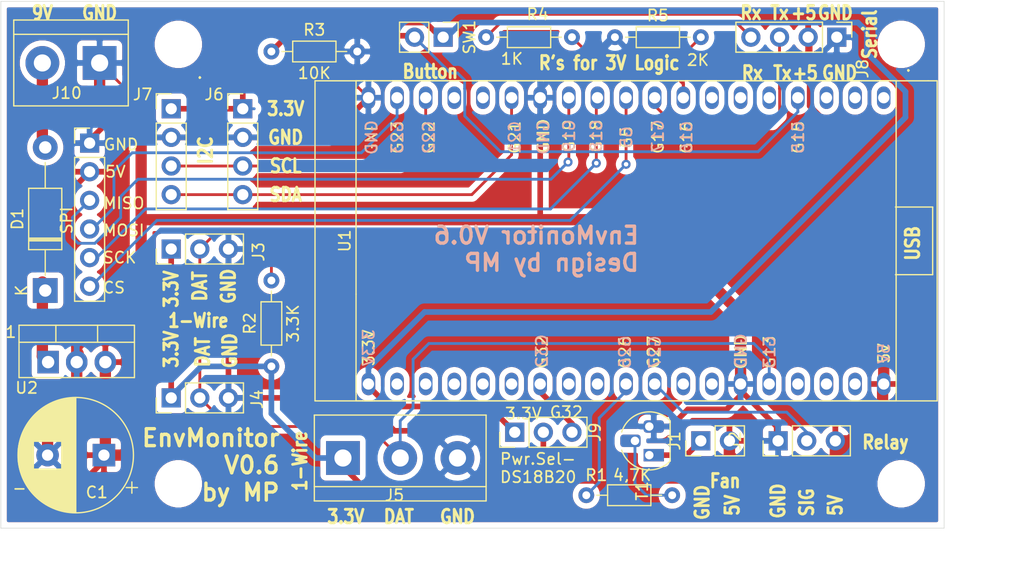
<source format=kicad_pcb>
(kicad_pcb (version 20171130) (host pcbnew "(5.1.9)-1")
  (layers (0 F.Cu mixed) (31 B.Cu mixed) (34 B.Paste user) (35 F.Paste user) (36 B.SilkS user) (37 F.SilkS user) (38 B.Mask user) (39 F.Mask user) (44 Edge.Cuts user))
  (net 0 "")
  (net 1 "Net-(J1-Pad1)")
  (net 2 "Net-(R1-Pad1)")
  (net 3 "Net-(R1-Pad2)")
  (net 4 "Net-(R4-Pad2)")
  (net 5 "Net-(U1-Pad20)")
  (net 6 "Net-(U1-Pad18)")
  (net 7 "Net-(U1-Pad21)")
  (net 8 "Net-(U1-Pad17)")
  (net 9 "Net-(U1-Pad22)")
  (net 10 "Net-(U1-Pad16)")
  (net 11 "Net-(U1-Pad24)")
  (net 12 "Net-(U1-Pad25)")
  (net 13 "Net-(U1-Pad13)")
  (net 14 "Net-(U1-Pad26)")
  (net 15 "Net-(U1-Pad12)")
  (net 16 "Net-(U1-Pad9)")
  (net 17 "Net-(U1-Pad8)")
  (net 18 "Net-(U1-Pad6)")
  (net 19 "Net-(U1-Pad5)")
  (net 20 "Net-(U1-Pad34)")
  (net 21 "Net-(U1-Pad4)")
  (net 22 "Net-(U1-Pad35)")
  (net 23 "Net-(U1-Pad3)")
  (net 24 "Net-(U1-Pad2)")
  (net 25 +5V)
  (net 26 GND)
  (net 27 +9V)
  (net 28 /GP27-Relay)
  (net 29 +3V3)
  (net 30 /GP13-1Wire)
  (net 31 /GP21-SDA)
  (net 32 /GP22-SCL)
  (net 33 /RxD)
  (net 34 /GP17-TxD)
  (net 35 /GP32)
  (net 36 /GP15-Btn)
  (net 37 /VCC-DS18B20)
  (net 38 "Net-(D1-Pad1)")
  (net 39 /MISO)
  (net 40 /MOSI)
  (net 41 /SCK)
  (net 42 /CS)
  (module Markus_Start:ESP32_Devkit_38Pins (layer F.Cu) (at 338.810001 584.490001)
    (fp_text reference U1 (at -24.96 0 90) (layer F.SilkS))
    (fp_text value "ESP32 Wroom AzDelivery" hide)
    (pad 19 thru_hole oval (at 22.86 12.7) (size 1.2 2) (drill 1) (layers *.Cu *.Mask) (net 25 +5V))
    (pad 20 thru_hole oval (at 22.86 -12.7) (size 1.2 2) (drill 1) (layers *.Cu *.Mask) (net 5 "Net-(U1-Pad20)"))
    (pad 18 thru_hole oval (at 20.32 12.7) (size 1.2 2) (drill 1) (layers *.Cu *.Mask) (net 6 "Net-(U1-Pad18)"))
    (pad 21 thru_hole oval (at 20.32 -12.7) (size 1.2 2) (drill 1) (layers *.Cu *.Mask) (net 7 "Net-(U1-Pad21)"))
    (pad 17 thru_hole oval (at 17.78 12.7) (size 1.2 2) (drill 1) (layers *.Cu *.Mask) (net 8 "Net-(U1-Pad17)"))
    (pad 22 thru_hole oval (at 17.78 -12.7) (size 1.2 2) (drill 1) (layers *.Cu *.Mask) (net 9 "Net-(U1-Pad22)"))
    (pad 16 thru_hole oval (at 15.24 12.7) (size 1.2 2) (drill 1) (layers *.Cu *.Mask) (net 10 "Net-(U1-Pad16)"))
    (pad 23 thru_hole oval (at 15.24 -12.7) (size 1.2 2) (drill 1) (layers *.Cu *.Mask) (net 36 /GP15-Btn))
    (pad 15 thru_hole oval (at 12.7 12.7) (size 1.2 2) (drill 1) (layers *.Cu *.Mask) (net 30 /GP13-1Wire))
    (pad 24 thru_hole oval (at 12.7 -12.7) (size 1.2 2) (drill 1) (layers *.Cu *.Mask) (net 11 "Net-(U1-Pad24)"))
    (pad 14 thru_hole oval (at 10.16 12.7) (size 1.2 2) (drill 1) (layers *.Cu *.Mask) (net 26 GND))
    (pad 25 thru_hole oval (at 10.16 -12.7) (size 1.2 2) (drill 1) (layers *.Cu *.Mask) (net 12 "Net-(U1-Pad25)"))
    (pad 13 thru_hole oval (at 7.62 12.7) (size 1.2 2) (drill 1) (layers *.Cu *.Mask) (net 13 "Net-(U1-Pad13)"))
    (pad 26 thru_hole oval (at 7.62 -12.7) (size 1.2 2) (drill 1) (layers *.Cu *.Mask) (net 14 "Net-(U1-Pad26)"))
    (pad 12 thru_hole oval (at 5.08 12.7) (size 1.2 2) (drill 1) (layers *.Cu *.Mask) (net 15 "Net-(U1-Pad12)"))
    (pad 27 thru_hole oval (at 5.08 -12.7) (size 1.2 2) (drill 1) (layers *.Cu *.Mask) (net 4 "Net-(R4-Pad2)"))
    (pad 11 thru_hole oval (at 2.54 12.7) (size 1.2 2) (drill 1) (layers *.Cu *.Mask) (net 28 /GP27-Relay))
    (pad 28 thru_hole oval (at 2.54 -12.7) (size 1.2 2) (drill 1) (layers *.Cu *.Mask) (net 34 /GP17-TxD))
    (pad 10 thru_hole oval (at 0 12.7) (size 1.2 2) (drill 1) (layers *.Cu *.Mask) (net 3 "Net-(R1-Pad2)"))
    (pad 29 thru_hole oval (at 0 -12.7) (size 1.2 2) (drill 1) (layers *.Cu *.Mask) (net 42 /CS))
    (pad 9 thru_hole oval (at -2.54 12.7) (size 1.2 2) (drill 1) (layers *.Cu *.Mask) (net 16 "Net-(U1-Pad9)"))
    (pad 30 thru_hole oval (at -2.54 -12.7) (size 1.2 2) (drill 1) (layers *.Cu *.Mask) (net 41 /SCK))
    (pad 8 thru_hole oval (at -5.08 12.7) (size 1.2 2) (drill 1) (layers *.Cu *.Mask) (net 17 "Net-(U1-Pad8)"))
    (pad 31 thru_hole oval (at -5.08 -12.7) (size 1.2 2) (drill 1) (layers *.Cu *.Mask) (net 39 /MISO))
    (pad 7 thru_hole oval (at -7.62 12.7) (size 1.2 2) (drill 1) (layers *.Cu *.Mask) (net 35 /GP32))
    (pad 32 thru_hole oval (at -7.62 -12.7) (size 1.2 2) (drill 1) (layers *.Cu *.Mask) (net 26 GND))
    (pad 6 thru_hole oval (at -10.16 12.7) (size 1.2 2) (drill 1) (layers *.Cu *.Mask) (net 18 "Net-(U1-Pad6)"))
    (pad 33 thru_hole oval (at -10.16 -12.7) (size 1.2 2) (drill 1) (layers *.Cu *.Mask) (net 31 /GP21-SDA))
    (pad 5 thru_hole oval (at -12.7 12.7) (size 1.2 2) (drill 1) (layers *.Cu *.Mask) (net 19 "Net-(U1-Pad5)"))
    (pad 34 thru_hole oval (at -12.7 -12.7) (size 1.2 2) (drill 1) (layers *.Cu *.Mask) (net 20 "Net-(U1-Pad34)"))
    (pad 4 thru_hole oval (at -15.24 12.7) (size 1.2 2) (drill 1) (layers *.Cu *.Mask) (net 21 "Net-(U1-Pad4)"))
    (pad 35 thru_hole oval (at -15.24 -12.7) (size 1.2 2) (drill 1) (layers *.Cu *.Mask) (net 22 "Net-(U1-Pad35)"))
    (pad 3 thru_hole oval (at -17.78 12.7) (size 1.2 2) (drill 1) (layers *.Cu *.Mask) (net 23 "Net-(U1-Pad3)"))
    (pad 36 thru_hole oval (at -17.78 -12.7) (size 1.2 2) (drill 1) (layers *.Cu *.Mask) (net 32 /GP22-SCL))
    (pad 2 thru_hole oval (at -20.32 12.7) (size 1.2 2) (drill 1) (layers *.Cu *.Mask) (net 24 "Net-(U1-Pad2)"))
    (pad 37 thru_hole oval (at -20.32 -12.7) (size 1.2 2) (drill 1) (layers *.Cu *.Mask) (net 40 /MOSI))
    (pad 1 thru_hole oval (at -22.86 12.7) (size 1.2 2) (drill 1) (layers *.Cu *.Mask) (net 29 +3V3))
    (pad 38 thru_hole oval (at -22.86 -12.7) (size 1.2 2) (drill 1) (layers *.Cu *.Mask) (net 26 GND))
  )
  (module TerminalBlock:TerminalBlock_bornier-2_P5.08mm (layer F.Cu) (at 292.1 568.706 180)
    (fp_text reference J10 (at 2.921 -2.667) (layer F.SilkS))
    (fp_text value "Power In 9V")
    (pad 1 thru_hole rect (at 0 0 180) (size 3 3) (drill 1.52) (layers *.Cu *.Mask) (net 26 GND))
    (pad 2 thru_hole circle (at 5.08 0 180) (size 3 3) (drill 1.52) (layers *.Cu *.Mask) (net 27 +9V))
  )
  (module TerminalBlock:TerminalBlock_bornier-3_P5.08mm (layer F.Cu) (at 313.69 603.758)
    (fp_text reference J5 (at 4.572 3.302) (layer F.SilkS))
    (fp_text value "Screw_Terminal DS18B20")
    (pad 1 thru_hole rect (at 0 0) (size 3 3) (drill 1.52) (layers *.Cu *.Mask) (net 37 /VCC-DS18B20))
    (pad 2 thru_hole circle (at 5.08 0) (size 3 3) (drill 1.52) (layers *.Cu *.Mask) (net 30 /GP13-1Wire))
    (pad 3 thru_hole circle (at 10.16 0) (size 3 3) (drill 1.52) (layers *.Cu *.Mask) (net 26 GND))
  )
  (module MountingHole:MountingHole_3.2mm_M3 (layer F.Cu) (at 363.22 567.055)
    (fp_text reference . (at 0.635 1.905) (layer F.SilkS))
    (fp_text value MountingHole_3.2mm_M3)
    (pad 1 np_thru_hole circle (at 0 0) (size 3.2 3.2) (drill 3.2) (layers *.Cu *.Mask))
  )
  (module MountingHole:MountingHole_3.2mm_M3 (layer F.Cu) (at 299.085 606.044)
    (fp_text reference . (at 0 -4.2) (layer F.SilkS))
    (fp_text value MountingHole_3.2mm_M3)
    (pad 1 np_thru_hole circle (at 0 0) (size 3.2 3.2) (drill 3.2) (layers *.Cu *.Mask))
  )
  (module MountingHole:MountingHole_3.2mm_M3 (layer F.Cu) (at 363.22 606.044)
    (fp_text reference . (at 0 -4.2) (layer F.SilkS))
    (fp_text value MountingHole_3.2mm_M3)
    (pad 1 np_thru_hole circle (at 0 0) (size 3.2 3.2) (drill 3.2) (layers *.Cu *.Mask))
  )
  (module MountingHole:MountingHole_3.2mm_M3 (layer F.Cu) (at 299.085 567.055)
    (fp_text reference . (at 1.905 2.54) (layer F.SilkS))
    (fp_text value MountingHole_3.2mm_M3 hide)
    (pad 1 np_thru_hole circle (at 0 0) (size 3.2 3.2) (drill 3.2) (layers *.Cu *.Mask))
  )
  (module Markus_Start:PinHeader_1x04_P2.54mm_Vertical (layer F.Cu) (at 357.505 566.42 270)
    (fp_text reference J8 (at 2.794 -2.286 90) (layer F.SilkS))
    (fp_text value "Pinheader Serial")
    (pad 4 thru_hole oval (at 0 7.62 270) (size 1.7 1.7) (drill 1) (layers *.Cu *.Mask) (net 33 /RxD))
    (pad 3 thru_hole oval (at 0 5.08 270) (size 1.7 1.7) (drill 1) (layers *.Cu *.Mask) (net 34 /GP17-TxD))
    (pad 2 thru_hole oval (at 0 2.54 270) (size 1.7 1.7) (drill 1) (layers *.Cu *.Mask) (net 25 +5V))
    (pad 1 thru_hole rect (at 0 0 270) (size 1.7 1.7) (drill 1) (layers *.Cu *.Mask) (net 26 GND))
  )
  (module Connector_PinHeader_2.54mm:PinHeader_1x02_P2.54mm_Vertical (layer F.Cu) (at 345.44 602.234 90)
    (fp_text reference J1 (at 0 -2.33 90) (layer F.SilkS))
    (fp_text value "Pinheader Fan")
    (pad 1 thru_hole rect (at 0 0 90) (size 1.7 1.7) (drill 1) (layers *.Cu *.Mask) (net 1 "Net-(J1-Pad1)"))
    (pad 2 thru_hole oval (at 0 2.54 90) (size 1.7 1.7) (drill 1) (layers *.Cu *.Mask) (net 25 +5V))
  )
  (module Markus_Start:PinHeader_1x03_P2.54mm_Vertical (layer F.Cu) (at 352.298 602.234 90)
    (fp_text reference J2 (at 0 -3.81 270) (layer F.SilkS))
    (fp_text value "Pinheader Relay")
    (pad 3 thru_hole oval (at 0 5.08 90) (size 1.7 1.7) (drill 1) (layers *.Cu *.Mask) (net 25 +5V))
    (pad 2 thru_hole oval (at 0 2.54 90) (size 1.7 1.7) (drill 1) (layers *.Cu *.Mask) (net 28 /GP27-Relay))
    (pad 1 thru_hole rect (at 0 0 90) (size 1.7 1.7) (drill 1) (layers *.Cu *.Mask) (net 26 GND))
  )
  (module Markus_Start:PinHeader_1x03_P2.54mm_Vertical (layer F.Cu) (at 298.45 585.216 90)
    (fp_text reference J3 (at -0.254 7.747 270) (layer F.SilkS))
    (fp_text value "Pinheader DS18B20")
    (pad 1 thru_hole rect (at 0 0 90) (size 1.7 1.7) (drill 1) (layers *.Cu *.Mask) (net 37 /VCC-DS18B20))
    (pad 2 thru_hole oval (at 0 2.54 90) (size 1.7 1.7) (drill 1) (layers *.Cu *.Mask) (net 30 /GP13-1Wire))
    (pad 3 thru_hole oval (at 0 5.08 90) (size 1.7 1.7) (drill 1) (layers *.Cu *.Mask) (net 26 GND))
  )
  (module Markus_Start:PinHeader_1x03_P2.54mm_Vertical (layer F.Cu) (at 298.45 598.424 90)
    (fp_text reference J4 (at -0.127 7.62 270) (layer F.SilkS))
    (fp_text value "Pinheader DS18B20")
    (pad 3 thru_hole oval (at 0 5.08 90) (size 1.7 1.7) (drill 1) (layers *.Cu *.Mask) (net 26 GND))
    (pad 2 thru_hole oval (at 0 2.54 90) (size 1.7 1.7) (drill 1) (layers *.Cu *.Mask) (net 30 /GP13-1Wire))
    (pad 1 thru_hole rect (at 0 0 90) (size 1.7 1.7) (drill 1) (layers *.Cu *.Mask) (net 37 /VCC-DS18B20))
  )
  (module Markus_Start:PinHeader_1x04_P2.54mm_Vertical (layer F.Cu) (at 304.8 572.77)
    (fp_text reference J6 (at -2.54 -1.27) (layer F.SilkS))
    (fp_text value "Pinheader I2C" hide)
    (pad 4 thru_hole oval (at 0 7.62) (size 1.7 1.7) (drill 1) (layers *.Cu *.Mask) (net 31 /GP21-SDA))
    (pad 3 thru_hole oval (at 0 5.08) (size 1.7 1.7) (drill 1) (layers *.Cu *.Mask) (net 32 /GP22-SCL))
    (pad 2 thru_hole oval (at 0 2.54) (size 1.7 1.7) (drill 1) (layers *.Cu *.Mask) (net 26 GND))
    (pad 1 thru_hole rect (at 0 0) (size 1.7 1.7) (drill 1) (layers *.Cu *.Mask) (net 29 +3V3))
  )
  (module Markus_Start:PinHeader_1x04_P2.54mm_Vertical (layer F.Cu) (at 298.45 572.77)
    (fp_text reference J7 (at -2.54 -1.27) (layer F.SilkS))
    (fp_text value "Pinheader I2C")
    (pad 1 thru_hole rect (at 0 0) (size 1.7 1.7) (drill 1) (layers *.Cu *.Mask) (net 29 +3V3))
    (pad 2 thru_hole oval (at 0 2.54) (size 1.7 1.7) (drill 1) (layers *.Cu *.Mask) (net 26 GND))
    (pad 3 thru_hole oval (at 0 5.08) (size 1.7 1.7) (drill 1) (layers *.Cu *.Mask) (net 32 /GP22-SCL))
    (pad 4 thru_hole oval (at 0 7.62) (size 1.7 1.7) (drill 1) (layers *.Cu *.Mask) (net 31 /GP21-SDA))
  )
  (module Resistor_THT:R_Axial_DIN0204_L3.6mm_D1.6mm_P7.62mm_Horizontal (layer F.Cu) (at 342.9 607.06 180)
    (fp_text reference R1 (at 6.731 1.778) (layer F.SilkS))
    (fp_text value 4,7K (at 3.556 1.778) (layer F.SilkS))
    (pad 1 thru_hole circle (at 0 0 180) (size 1.4 1.4) (drill 0.7) (layers *.Cu *.Mask) (net 2 "Net-(R1-Pad1)"))
    (pad 2 thru_hole oval (at 7.62 0 180) (size 1.4 1.4) (drill 0.7) (layers *.Cu *.Mask) (net 3 "Net-(R1-Pad2)"))
  )
  (module Resistor_THT:R_Axial_DIN0204_L3.6mm_D1.6mm_P7.62mm_Horizontal (layer F.Cu) (at 307.34 595.63 90)
    (fp_text reference R2 (at 3.81 -1.92 90) (layer F.SilkS))
    (fp_text value 3.3K (at 3.81 1.92 90) (layer F.SilkS))
    (pad 2 thru_hole oval (at 7.62 0 90) (size 1.4 1.4) (drill 0.7) (layers *.Cu *.Mask) (net 30 /GP13-1Wire))
    (pad 1 thru_hole circle (at 0 0 90) (size 1.4 1.4) (drill 0.7) (layers *.Cu *.Mask) (net 37 /VCC-DS18B20))
  )
  (module Resistor_THT:R_Axial_DIN0204_L3.6mm_D1.6mm_P7.62mm_Horizontal (layer F.Cu) (at 307.34 567.69)
    (fp_text reference R3 (at 3.81 -1.92) (layer F.SilkS))
    (fp_text value 10K (at 3.81 1.92) (layer F.SilkS))
    (pad 1 thru_hole circle (at 0 0) (size 1.4 1.4) (drill 0.7) (layers *.Cu *.Mask) (net 36 /GP15-Btn))
    (pad 2 thru_hole oval (at 7.62 0) (size 1.4 1.4) (drill 0.7) (layers *.Cu *.Mask) (net 26 GND))
  )
  (module Resistor_THT:R_Axial_DIN0204_L3.6mm_D1.6mm_P7.62mm_Horizontal (layer F.Cu) (at 326.39 566.42)
    (fp_text reference R4 (at 4.572 -2.032) (layer F.SilkS))
    (fp_text value 1K (at 2.286 1.92) (layer F.SilkS))
    (pad 2 thru_hole oval (at 7.62 0) (size 1.4 1.4) (drill 0.7) (layers *.Cu *.Mask) (net 4 "Net-(R4-Pad2)"))
    (pad 1 thru_hole circle (at 0 0) (size 1.4 1.4) (drill 0.7) (layers *.Cu *.Mask) (net 33 /RxD))
  )
  (module Resistor_THT:R_Axial_DIN0204_L3.6mm_D1.6mm_P7.62mm_Horizontal (layer F.Cu) (at 337.82 566.42)
    (fp_text reference R5 (at 3.81 -1.92) (layer F.SilkS))
    (fp_text value 2K (at 7.366 2.032) (layer F.SilkS))
    (pad 1 thru_hole circle (at 0 0) (size 1.4 1.4) (drill 0.7) (layers *.Cu *.Mask) (net 26 GND))
    (pad 2 thru_hole oval (at 7.62 0) (size 1.4 1.4) (drill 0.7) (layers *.Cu *.Mask) (net 4 "Net-(R4-Pad2)"))
  )
  (module Connector_PinHeader_2.54mm:PinHeader_1x02_P2.54mm_Vertical (layer F.Cu) (at 322.58 566.42 270)
    (fp_text reference SW1 (at 0 -2.33 90) (layer F.SilkS))
    (fp_text value SW_Push)
    (pad 2 thru_hole oval (at 0 2.54 270) (size 1.7 1.7) (drill 1) (layers *.Cu *.Mask) (net 36 /GP15-Btn))
    (pad 1 thru_hole rect (at 0 0 270) (size 1.7 1.7) (drill 1) (layers *.Cu *.Mask) (net 29 +3V3))
  )
  (module Markus_Start:TO-92_HandSolder (layer F.Cu) (at 340.868 603.504 90)
    (fp_text reference T1 (at -3.175 -0.635 90) (layer F.SilkS))
    (fp_text value BC547)
    (pad 1 thru_hole rect (at 0 0 90) (size 1.1 1.8) (drill 0.75 (offset 0 0.4)) (layers *.Cu *.Mask) (net 1 "Net-(J1-Pad1)"))
    (pad 3 thru_hole roundrect (at 2.54 0 90) (size 1.1 1.8) (drill 0.75 (offset 0 0.4)) (layers *.Cu *.Mask) (net 26 GND))
    (pad 2 thru_hole roundrect (at 1.27 -1.27 90) (size 1.1 1.8) (drill 0.75 (offset 0 -0.4)) (layers *.Cu *.Mask) (net 2 "Net-(R1-Pad1)"))
  )
  (module Markus_Start:PinHeader_1x03_P2.54mm_Vertical (layer F.Cu) (at 328.93 601.472 90)
    (fp_text reference J9 (at 0 7.112 -90) (layer F.SilkS))
    (fp_text value "Power Select")
    (pad 3 thru_hole oval (at 0 5.08 90) (size 1.7 1.7) (drill 1) (layers *.Cu *.Mask) (net 35 /GP32))
    (pad 2 thru_hole oval (at 0 2.54 90) (size 1.7 1.7) (drill 1) (layers *.Cu *.Mask) (net 37 /VCC-DS18B20))
    (pad 1 thru_hole rect (at 0 0 90) (size 1.7 1.7) (drill 1) (layers *.Cu *.Mask) (net 29 +3V3))
  )
  (module Capacitor_THT:CP_Radial_D10.0mm_P5.00mm (layer F.Cu) (at 292.481 603.504 180)
    (fp_text reference C1 (at 0.635 -3.302) (layer F.SilkS))
    (fp_text value 470uF)
    (pad 1 thru_hole rect (at 0 0 180) (size 2 2) (drill 1) (layers *.Cu *.Mask) (net 25 +5V))
    (pad 2 thru_hole circle (at 5 0 180) (size 2 2) (drill 1) (layers *.Cu *.Mask) (net 26 GND))
  )
  (module Package_TO_SOT_THT:TO-220-3_Vertical (layer F.Cu) (at 287.528 595.249)
    (fp_text reference U2 (at -1.905 2.286) (layer F.SilkS))
    (fp_text value LM7805)
    (pad 1 thru_hole rect (at 0 0) (size 1.905 2) (drill 1.1) (layers *.Cu *.Mask) (net 38 "Net-(D1-Pad1)"))
    (pad 2 thru_hole oval (at 2.54 0) (size 1.905 2) (drill 1.1) (layers *.Cu *.Mask) (net 26 GND))
    (pad 3 thru_hole oval (at 5.08 0) (size 1.905 2) (drill 1.1) (layers *.Cu *.Mask) (net 25 +5V))
  )
  (module Diode_THT:D_DO-41_SOD81_P12.70mm_Horizontal (layer F.Cu) (at 287.274 588.899 90)
    (fp_text reference D1 (at 6.35 -2.47 90) (layer F.SilkS))
    (fp_text value 1N4001)
    (fp_text user K (at 0 -2.1 90) (layer F.SilkS))
    (pad 1 thru_hole rect (at 0 0 90) (size 2.2 2.2) (drill 1.1) (layers *.Cu *.Mask) (net 38 "Net-(D1-Pad1)"))
    (pad 2 thru_hole oval (at 12.7 0 90) (size 2.2 2.2) (drill 1.1) (layers *.Cu *.Mask) (net 27 +9V))
  )
  (module Connector_PinHeader_2.54mm:PinHeader_1x06_P2.54mm_Vertical (layer F.Cu) (at 291.211 575.818)
    (fp_text reference SPI (at -2.032 6.858 90) (layer F.SilkS))
    (fp_text value SPI)
    (pad 1 thru_hole rect (at 0 0) (size 1.7 1.7) (drill 1) (layers *.Cu *.Mask) (net 26 GND))
    (pad 2 thru_hole oval (at 0 2.54) (size 1.7 1.7) (drill 1) (layers *.Cu *.Mask) (net 25 +5V))
    (pad 3 thru_hole oval (at 0 5.08) (size 1.7 1.7) (drill 1) (layers *.Cu *.Mask) (net 39 /MISO))
    (pad 4 thru_hole oval (at 0 7.62) (size 1.7 1.7) (drill 1) (layers *.Cu *.Mask) (net 40 /MOSI))
    (pad 5 thru_hole oval (at 0 10.16) (size 1.7 1.7) (drill 1) (layers *.Cu *.Mask) (net 41 /SCK))
    (pad 6 thru_hole oval (at 0 12.7) (size 1.7 1.7) (drill 1) (layers *.Cu *.Mask) (net 42 /CS))
  )
  (gr_text G23 (at 318.516 575.31 90) (layer B.SilkS) (effects (font (size 1 1)) (justify mirror)))
  (gr_text G23 (at 318.516 575.31 90) (layer F.SilkS) (effects (font (size 1 1))))
  (gr_text G19 (at 333.756 575.183 90) (layer B.SilkS) (effects (font (size 1 1)) (justify mirror)))
  (gr_text G19 (at 333.756 575.183 90) (layer F.SilkS) (effects (font (size 1 1))))
  (gr_text G18 (at 336.169 575.183 90) (layer B.SilkS) (effects (font (size 1 1)) (justify mirror)))
  (gr_text G18 (at 336.169 575.183 90) (layer F.SilkS) (effects (font (size 1 1))))
  (gr_text G5 (at 338.836 575.31 90) (layer F.SilkS) (effects (font (size 1 1))))
  (gr_text G5 (at 338.836 575.31 90) (layer B.SilkS) (effects (font (size 1 1)) (justify mirror)))
  (gr_text CS (at 293.37 588.645) (layer F.SilkS) (effects (font (size 1 1))))
  (gr_text SCK (at 293.878 585.978) (layer F.SilkS) (effects (font (size 1 1))))
  (gr_text MOSI (at 294.259 583.565) (layer F.SilkS) (effects (font (size 1 1))))
  (gr_text MISO (at 294.259 581.152) (layer F.SilkS) (effects (font (size 1 1))))
  (gr_text 5V (at 293.497 578.358) (layer F.SilkS) (effects (font (size 1 1))))
  (gr_text GND (at 294.005 575.945) (layer F.SilkS) (effects (font (size 1 1))))
  (gr_text 5V (at 361.696 594.487 90) (layer B.SilkS) (effects (font (size 1 1)) (justify mirror)))
  (gr_text G13 (at 351.536 594.36 90) (layer B.SilkS) (effects (font (size 1 1)) (justify mirror)))
  (gr_text GND (at 348.996 594.233 90) (layer B.SilkS) (effects (font (size 1 1)) (justify mirror)))
  (gr_text G27 (at 341.376 594.36 90) (layer B.SilkS) (effects (font (size 1 1)) (justify mirror)))
  (gr_text G26 (at 338.709 594.36 90) (layer B.SilkS) (effects (font (size 1 1)) (justify mirror)))
  (gr_text G32 (at 331.343 594.233 90) (layer B.SilkS) (effects (font (size 1 1)) (justify mirror)))
  (gr_text 3.3V (at 315.976 593.979 90) (layer B.SilkS) (effects (font (size 1 1)) (justify mirror)))
  (gr_text G15 (at 354.076 575.31 90) (layer B.SilkS) (effects (font (size 1 1)) (justify mirror)))
  (gr_text G16 (at 344.17 575.31 90) (layer B.SilkS) (effects (font (size 1 1)) (justify mirror)))
  (gr_text G17 (at 341.63 575.183 90) (layer B.SilkS) (effects (font (size 1 1)) (justify mirror)))
  (gr_text GND (at 331.47 575.183 90) (layer F.SilkS) (effects (font (size 1 1))))
  (gr_text GND (at 331.47 575.31 90) (layer B.SilkS) (effects (font (size 1 1)) (justify mirror)))
  (gr_text G21 (at 328.93 575.31 90) (layer B.SilkS) (effects (font (size 1 1)) (justify mirror)))
  (gr_text G22 (at 321.31 575.31 90) (layer F.SilkS) (effects (font (size 1 1))))
  (gr_text GND (at 316.23 575.31 90) (layer F.SilkS) (effects (font (size 1 1))))
  (gr_text GND (at 357.759 569.595) (layer F.SilkS) (effects (font (size 1.2 1) (thickness 0.25))))
  (gr_text +5 (at 354.711 569.595) (layer F.SilkS) (effects (font (size 1.2 1) (thickness 0.25))))
  (gr_text Tx (at 352.679 569.595) (layer F.SilkS) (effects (font (size 1.2 1) (thickness 0.25))))
  (gr_text Rx (at 350.012 569.595) (layer F.SilkS) (effects (font (size 1.2 1) (thickness 0.25))))
  (gr_text - (at 284.988 606.425) (layer F.SilkS) (effects (font (size 1 1))))
  (gr_text 1 (at 284.226 592.582) (layer F.SilkS) (effects (font (size 1 1))))
  (gr_text GND (at 292.1 564.261) (layer F.SilkS) (effects (font (size 1.2 1) (thickness 0.25))))
  (gr_text 9V (at 287.02 564.261) (layer F.SilkS) (effects (font (size 1.2 1) (thickness 0.25))))
  (gr_line (start 367.03 609.981) (end 283.337 609.981) (layer Edge.Cuts) (width 0.05))
  (gr_text I2C (at 301.498 576.453 90) (layer F.SilkS) (effects (font (size 1.2 1) (thickness 0.25))))
  (gr_line (start 283.337 563.245) (end 283.337 609.981) (layer Edge.Cuts) (width 0.05))
  (gr_text "EnvMonitor\nV0.6\nby MP" (at 308.229 604.393) (layer F.SilkS) (effects (font (size 1.5 1.5) (thickness 0.3)) (justify right)))
  (gr_text 1-Wire (at 309.88 604.012 90) (layer F.SilkS) (effects (font (size 1.2 1) (thickness 0.25))))
  (gr_text GND (at 303.657 594.233 90) (layer F.SilkS) (effects (font (size 1.2 1) (thickness 0.25))))
  (gr_text "Pwr.Sel-\nDS18B20" (at 327.533 604.647) (layer F.SilkS) (effects (font (size 1 1)) (justify left)))
  (gr_text 3.3V (at 329.692 599.821) (layer F.SilkS) (effects (font (size 1 1))))
  (gr_text G32 (at 333.502 599.694) (layer F.SilkS) (effects (font (size 1 1))))
  (gr_text G32 (at 331.343 594.36 90) (layer F.SilkS) (effects (font (size 1 1))))
  (gr_text GND (at 323.85 608.965) (layer F.SilkS) (effects (font (size 1.2 1) (thickness 0.25))))
  (gr_text 3.3V (at 313.944 608.965) (layer F.SilkS) (effects (font (size 1.2 1) (thickness 0.25))))
  (gr_text DAT (at 318.643 608.965) (layer F.SilkS) (effects (font (size 1.2 1) (thickness 0.25))))
  (gr_text DAT (at 301.244 594.36 90) (layer F.SilkS) (effects (font (size 1.2 1) (thickness 0.25))))
  (gr_text 3.3V (at 298.45 594.106 90) (layer F.SilkS) (effects (font (size 1.2 1) (thickness 0.25))))
  (gr_text G15 (at 354.076 575.31 90) (layer F.SilkS) (effects (font (size 1 1))))
  (gr_text Serial (at 360.426 566.166 90) (layer F.SilkS) (effects (font (size 1.2 1) (thickness 0.25))))
  (gr_text "R's for 3V Logic" (at 337.312 568.706) (layer F.SilkS) (effects (font (size 1.2 1) (thickness 0.25))))
  (gr_text Rx (at 349.885 564.261) (layer F.SilkS) (effects (font (size 1.2 1) (thickness 0.25))))
  (gr_text Tx (at 352.425 564.261) (layer F.SilkS) (effects (font (size 1.2 1) (thickness 0.25))))
  (gr_text +5 (at 354.584 564.261) (layer F.SilkS) (effects (font (size 1.2 1) (thickness 0.25))))
  (gr_text GND (at 357.378 564.261) (layer F.SilkS) (effects (font (size 1.2 1) (thickness 0.25))))
  (gr_text Button (at 321.437 569.468) (layer F.SilkS) (effects (font (size 1.2 1) (thickness 0.25))))
  (gr_text 1-Wire (at 300.863 591.566) (layer F.SilkS) (effects (font (size 1.2 1) (thickness 0.25))))
  (gr_text "EnvMonitor V0.6\nDesign by MP" (at 340.106 585.216) (layer B.SilkS) (effects (font (size 1.5 1.5) (thickness 0.3)) (justify left mirror)))
  (gr_text USB (at 364.236 584.708 90) (layer F.SilkS) (effects (font (size 1.2 1) (thickness 0.25))))
  (gr_text Relay (at 361.823 602.361) (layer F.SilkS) (effects (font (size 1.2 1) (thickness 0.25))))
  (gr_text 5V (at 357.378 607.949 90) (layer F.SilkS) (effects (font (size 1.2 1) (thickness 0.25))))
  (gr_text SIG (at 354.838 607.695 90) (layer F.SilkS) (effects (font (size 1.2 1) (thickness 0.25))))
  (gr_text GND (at 352.298 607.568 90) (layer F.SilkS) (effects (font (size 1.2 1) (thickness 0.25))))
  (gr_text Fan (at 347.599 605.79) (layer F.SilkS) (effects (font (size 1.2 1) (thickness 0.25))))
  (gr_text GND (at 345.567 607.695 90) (layer F.SilkS) (effects (font (size 1.2 1) (thickness 0.25))))
  (gr_text 5V (at 348.234 607.949 90) (layer F.SilkS) (effects (font (size 1.2 1) (thickness 0.25))))
  (gr_text SDA (at 308.61 580.39) (layer F.SilkS) (effects (font (size 1.2 1) (thickness 0.25))))
  (gr_text SCL (at 308.61 577.85) (layer F.SilkS) (effects (font (size 1.2 1) (thickness 0.25))))
  (gr_text DAT (at 300.99 588.518 90) (layer F.SilkS) (effects (font (size 1.2 1) (thickness 0.25))))
  (gr_text GND (at 303.53 588.518 90) (layer F.SilkS) (effects (font (size 1.2 1) (thickness 0.25))))
  (gr_text GND (at 308.61 575.31) (layer F.SilkS) (effects (font (size 1.2 1) (thickness 0.25))))
  (gr_text 3.3V (at 298.45 588.772 90) (layer F.SilkS) (effects (font (size 1.2 1) (thickness 0.25))))
  (gr_text 3.3V (at 308.61 572.77) (layer F.SilkS) (effects (font (size 1.2 1) (thickness 0.25))))
  (gr_text G16 (at 344.17 575.31 90) (layer F.SilkS) (effects (font (size 1 1))))
  (gr_text G17 (at 341.63 575.31 90) (layer F.SilkS) (effects (font (size 1 1))))
  (gr_text G21 (at 328.93 575.31 90) (layer F.SilkS) (effects (font (size 1 1))))
  (gr_text G22 (at 321.31 575.31 90) (layer B.SilkS) (effects (font (size 1 1)) (justify mirror)))
  (gr_text GND (at 316.23 575.31 90) (layer B.SilkS) (effects (font (size 1 1)) (justify mirror)))
  (gr_text G26 (at 338.709 594.36 90) (layer F.SilkS) (effects (font (size 1 1))))
  (gr_text G27 (at 341.249 594.36 90) (layer F.SilkS) (effects (font (size 1 1))))
  (gr_text GND (at 348.996 594.36 90) (layer F.SilkS) (effects (font (size 1 1))))
  (gr_text G13 (at 351.536 594.36 90) (layer F.SilkS) (effects (font (size 1 1))))
  (gr_text 5V (at 361.696 594.487 90) (layer F.SilkS) (effects (font (size 1 1))))
  (gr_text 3.3V (at 315.976 593.979 90) (layer F.SilkS) (effects (font (size 1 1))))
  (gr_line (start 367.03 563.245) (end 367.03 609.981) (layer Edge.Cuts) (width 0.05))
  (gr_line (start 366.395 563.245) (end 367.03 563.245) (layer Edge.Cuts) (width 0.05))
  (gr_line (start 366.395 563.245) (end 283.337 563.245) (layer Edge.Cuts) (width 0.05))
  (segment (start 344.17 603.504) (end 345.44 602.234) (width 0.5) (layer F.Cu) (net 1))
  (segment (start 340.868 603.504) (end 344.17 603.504) (width 0.5) (layer F.Cu) (net 1))
  (segment (start 339.598 606.044) (end 339.598 602.234) (width 0.25) (layer B.Cu) (net 2))
  (segment (start 340.614 607.06) (end 339.598 606.044) (width 0.25) (layer B.Cu) (net 2))
  (segment (start 342.9 607.06) (end 340.614 607.06) (width 0.25) (layer B.Cu) (net 2))
  (segment (start 338.810001 597.190001) (end 338.810001 597.814999) (width 0.25) (layer B.Cu) (net 3))
  (segment (start 338.810001 597.814999) (end 336.423 600.202) (width 0.25) (layer B.Cu) (net 3))
  (segment (start 336.423 605.917) (end 335.28 607.06) (width 0.25) (layer B.Cu) (net 3))
  (segment (start 336.423 600.202) (end 336.423 605.917) (width 0.25) (layer B.Cu) (net 3))
  (segment (start 343.890001 570.509999) (end 343.890001 571.790001) (width 0.25) (layer F.Cu) (net 4))
  (segment (start 343.890001 571.790001) (end 343.890001 570.585001) (width 0.25) (layer F.Cu) (net 4))
  (segment (start 334.01 566.42) (end 335.915 568.325) (width 0.25) (layer F.Cu) (net 4))
  (segment (start 341.63 568.325) (end 343.890001 570.585001) (width 0.25) (layer F.Cu) (net 4))
  (segment (start 335.915 568.325) (end 341.63 568.325) (width 0.25) (layer F.Cu) (net 4))
  (segment (start 343.890001 567.969999) (end 345.44 566.42) (width 0.25) (layer F.Cu) (net 4))
  (segment (start 343.890001 571.790001) (end 343.890001 567.969999) (width 0.25) (layer F.Cu) (net 4))
  (segment (start 361.670001 597.687999) (end 361.670001 597.190001) (width 0.25) (layer F.Cu) (net 25))
  (segment (start 292.481 603.504) (end 292.735 603.504) (width 0.25) (layer F.Cu) (net 25))
  (segment (start 293.243 603.504) (end 292.481 603.504) (width 0.25) (layer B.Cu) (net 25))
  (segment (start 292.481 603.504) (end 292.862 603.504) (width 1) (layer B.Cu) (net 25))
  (segment (start 347.98 602.234) (end 347.98 603.504) (width 1) (layer F.Cu) (net 25))
  (segment (start 347.98 603.504) (end 349.504 605.028) (width 1) (layer F.Cu) (net 25))
  (segment (start 349.504 605.028) (end 356.108 605.028) (width 1) (layer F.Cu) (net 25))
  (segment (start 357.378 603.758) (end 357.378 602.234) (width 1) (layer F.Cu) (net 25))
  (segment (start 356.108 605.028) (end 357.378 603.758) (width 1) (layer F.Cu) (net 25))
  (segment (start 361.670001 597.190001) (end 361.670001 578.713001) (width 1) (layer F.Cu) (net 25))
  (segment (start 361.670001 578.713001) (end 358.14 575.183) (width 1) (layer F.Cu) (net 25))
  (segment (start 358.14 575.183) (end 357.759 575.183) (width 0.5) (layer F.Cu) (net 25))
  (segment (start 355.100011 566.555011) (end 354.965 566.42) (width 0.5) (layer F.Cu) (net 25))
  (segment (start 355.100011 572.524011) (end 355.100011 566.555011) (width 0.5) (layer F.Cu) (net 25))
  (segment (start 357.759 575.183) (end 355.100011 572.524011) (width 0.5) (layer F.Cu) (net 25))
  (segment (start 302.26 601.599) (end 308.61 607.949) (width 1) (layer F.Cu) (net 25))
  (segment (start 294.132 603.504) (end 296.037 601.599) (width 1) (layer F.Cu) (net 25))
  (segment (start 296.037 601.599) (end 302.26 601.599) (width 1) (layer F.Cu) (net 25))
  (segment (start 292.481 603.504) (end 294.132 603.504) (width 1) (layer F.Cu) (net 25))
  (segment (start 333.629 605.536) (end 331.216 607.949) (width 1) (layer F.Cu) (net 25))
  (segment (start 346.837 605.536) (end 333.629 605.536) (width 1) (layer F.Cu) (net 25))
  (segment (start 347.98 604.393) (end 346.837 605.536) (width 1) (layer F.Cu) (net 25))
  (segment (start 347.98 602.234) (end 347.98 604.393) (width 1) (layer F.Cu) (net 25))
  (segment (start 308.61 607.949) (end 331.216 607.949) (width 1) (layer F.Cu) (net 25))
  (segment (start 292.608 603.377) (end 292.481 603.504) (width 1) (layer F.Cu) (net 25))
  (segment (start 292.608 595.249) (end 292.608 603.377) (width 1) (layer F.Cu) (net 25))
  (segment (start 357.378 602.234) (end 358.648 602.234) (width 1) (layer F.Cu) (net 25))
  (segment (start 358.648 602.234) (end 361.569 599.313) (width 1) (layer F.Cu) (net 25))
  (segment (start 361.569 597.291002) (end 361.670001 597.190001) (width 1) (layer F.Cu) (net 25))
  (segment (start 361.569 599.313) (end 361.569 597.291002) (width 1) (layer F.Cu) (net 25))
  (segment (start 357.378 603.504) (end 358.648 602.234) (width 1) (layer F.Cu) (net 25))
  (segment (start 357.378 603.758) (end 357.378 603.504) (width 1) (layer F.Cu) (net 25))
  (segment (start 285.242 584.327) (end 291.211 578.358) (width 0.5) (layer F.Cu) (net 25))
  (segment (start 285.242 604.774) (end 285.242 584.327) (width 0.5) (layer F.Cu) (net 25))
  (segment (start 286.512 606.044) (end 285.242 604.774) (width 0.5) (layer F.Cu) (net 25))
  (segment (start 290.449 606.044) (end 286.512 606.044) (width 0.5) (layer F.Cu) (net 25))
  (segment (start 292.481 604.012) (end 290.449 606.044) (width 0.5) (layer F.Cu) (net 25))
  (segment (start 292.481 603.504) (end 292.481 604.012) (width 0.5) (layer F.Cu) (net 25))
  (segment (start 304.8 575.31) (end 306.07 575.31) (width 0.25) (layer F.Cu) (net 26))
  (segment (start 314.680001 567.969999) (end 314.96 567.69) (width 0.25) (layer F.Cu) (net 26))
  (segment (start 314.96 567.69) (end 314.96 570.865) (width 0.25) (layer F.Cu) (net 26))
  (segment (start 315.025 570.865) (end 315.950001 571.790001) (width 0.25) (layer F.Cu) (net 26))
  (segment (start 314.96 570.865) (end 315.025 570.865) (width 0.25) (layer F.Cu) (net 26))
  (segment (start 298.45 575.31) (end 304.8 575.31) (width 0.5) (layer F.Cu) (net 26))
  (segment (start 312.430002 575.31) (end 315.950001 571.790001) (width 0.5) (layer F.Cu) (net 26))
  (segment (start 304.8 575.31) (end 312.430002 575.31) (width 0.5) (layer F.Cu) (net 26))
  (segment (start 357.505 567.055) (end 357.505 566.42) (width 0.25) (layer B.Cu) (net 26))
  (segment (start 331.190001 571.790001) (end 331.190001 571.017999) (width 0.5) (layer B.Cu) (net 26))
  (segment (start 331.190001 571.017999) (end 332.486 569.722) (width 0.5) (layer B.Cu) (net 26))
  (segment (start 332.486 569.722) (end 334.264 569.722) (width 0.5) (layer B.Cu) (net 26))
  (segment (start 337.566 566.42) (end 337.82 566.42) (width 0.5) (layer B.Cu) (net 26))
  (segment (start 334.264 569.722) (end 337.566 566.42) (width 0.5) (layer B.Cu) (net 26))
  (segment (start 337.82 566.42) (end 339.471 568.071) (width 0.5) (layer B.Cu) (net 26))
  (segment (start 339.471 568.071) (end 355.981 568.071) (width 0.5) (layer B.Cu) (net 26))
  (segment (start 357.505 566.547) (end 357.505 566.42) (width 0.5) (layer B.Cu) (net 26))
  (segment (start 355.981 568.071) (end 357.505 566.547) (width 0.5) (layer B.Cu) (net 26))
  (segment (start 292.1 568.706) (end 293.878 570.484) (width 0.25) (layer F.Cu) (net 26))
  (segment (start 287.481 601.9) (end 287.481 603.504) (width 1) (layer F.Cu) (net 26))
  (segment (start 290.068 599.313) (end 287.481 601.9) (width 1) (layer F.Cu) (net 26))
  (segment (start 348.970001 590.905001) (end 348.970001 597.190001) (width 1) (layer F.Cu) (net 26))
  (segment (start 340.67799 582.61299) (end 348.970001 590.905001) (width 1) (layer F.Cu) (net 26))
  (segment (start 303.53 585.216) (end 303.53 598.424) (width 0.5) (layer F.Cu) (net 26))
  (segment (start 321.437 601.345) (end 323.85 603.758) (width 0.5) (layer F.Cu) (net 26))
  (segment (start 316.992 600.075) (end 318.262 601.345) (width 0.5) (layer F.Cu) (net 26))
  (segment (start 313.055 600.075) (end 316.992 600.075) (width 0.5) (layer F.Cu) (net 26))
  (segment (start 311.404 598.424) (end 313.055 600.075) (width 0.5) (layer F.Cu) (net 26))
  (segment (start 318.262 601.345) (end 321.437 601.345) (width 0.5) (layer F.Cu) (net 26))
  (segment (start 303.53 598.424) (end 311.404 598.424) (width 0.5) (layer F.Cu) (net 26))
  (segment (start 290.195 594.487) (end 290.068 594.614) (width 1) (layer F.Cu) (net 26))
  (segment (start 290.195 595.122) (end 290.068 595.249) (width 1) (layer F.Cu) (net 26))
  (segment (start 290.068 595.249) (end 290.068 599.313) (width 1) (layer F.Cu) (net 26))
  (segment (start 290.068 593.09) (end 290.068 595.249) (width 0.5) (layer B.Cu) (net 26))
  (segment (start 291.084 592.074) (end 290.068 593.09) (width 0.5) (layer B.Cu) (net 26))
  (segment (start 298.577 592.074) (end 291.084 592.074) (width 0.5) (layer B.Cu) (net 26))
  (segment (start 303.53 587.121) (end 298.577 592.074) (width 0.5) (layer B.Cu) (net 26))
  (segment (start 303.53 585.216) (end 303.53 587.121) (width 0.5) (layer B.Cu) (net 26))
  (segment (start 348.970001 597.190001) (end 348.970001 597.763001) (width 0.5) (layer F.Cu) (net 26))
  (segment (start 348.970001 597.763001) (end 352.171 600.964) (width 0.5) (layer F.Cu) (net 26))
  (segment (start 352.171 602.107) (end 352.298 602.234) (width 0.5) (layer F.Cu) (net 26))
  (segment (start 352.171 600.964) (end 352.171 602.107) (width 0.5) (layer F.Cu) (net 26))
  (segment (start 348.970001 598.195999) (end 348.970001 597.190001) (width 0.5) (layer F.Cu) (net 26))
  (segment (start 344.297 599.44) (end 347.726 599.44) (width 0.5) (layer F.Cu) (net 26))
  (segment (start 342.773 600.964) (end 344.297 599.44) (width 0.5) (layer F.Cu) (net 26))
  (segment (start 347.726 599.44) (end 348.970001 598.195999) (width 0.5) (layer F.Cu) (net 26))
  (segment (start 340.868 600.964) (end 342.773 600.964) (width 0.5) (layer F.Cu) (net 26))
  (segment (start 295.783 575.31) (end 298.45 575.31) (width 0.5) (layer F.Cu) (net 26))
  (segment (start 331.190001 571.790001) (end 331.190001 582.447999) (width 0.5) (layer F.Cu) (net 26))
  (segment (start 331.02501 582.61299) (end 340.67799 582.61299) (width 1) (layer F.Cu) (net 26))
  (segment (start 331.190001 582.447999) (end 331.02501 582.61299) (width 0.5) (layer F.Cu) (net 26))
  (segment (start 290.068 595.249) (end 290.068 593.852) (width 1) (layer F.Cu) (net 26))
  (segment (start 290.068 593.852) (end 295.783 588.137) (width 1) (layer F.Cu) (net 26))
  (segment (start 295.783 575.31) (end 295.783 574.929) (width 1) (layer F.Cu) (net 26))
  (segment (start 292.1 571.246) (end 292.1 568.706) (width 1) (layer F.Cu) (net 26))
  (segment (start 331.02501 582.61299) (end 295.97301 582.61299) (width 1) (layer F.Cu) (net 26))
  (segment (start 295.783 582.803) (end 295.783 575.31) (width 1) (layer F.Cu) (net 26))
  (segment (start 295.97301 582.61299) (end 295.783 582.803) (width 1) (layer F.Cu) (net 26))
  (segment (start 295.783 588.137) (end 295.783 582.803) (width 1) (layer F.Cu) (net 26))
  (segment (start 291.211 575.818) (end 290.322 575.818) (width 0.5) (layer F.Cu) (net 26))
  (segment (start 291.211 575.564) (end 293.8145 572.9605) (width 0.5) (layer F.Cu) (net 26))
  (segment (start 291.211 575.818) (end 291.211 575.564) (width 0.5) (layer F.Cu) (net 26))
  (segment (start 293.8145 572.9605) (end 292.1 571.246) (width 1) (layer F.Cu) (net 26))
  (segment (start 295.783 574.929) (end 293.8145 572.9605) (width 1) (layer F.Cu) (net 26))
  (segment (start 287.02 568.706) (end 287.02 575.437) (width 1) (layer F.Cu) (net 27))
  (segment (start 341.350001 597.890001) (end 341.350001 597.190001) (width 0.25) (layer B.Cu) (net 28))
  (segment (start 354.838 601.472) (end 354.838 602.234) (width 0.25) (layer B.Cu) (net 28))
  (segment (start 353.06 599.694) (end 354.838 601.472) (width 0.25) (layer B.Cu) (net 28))
  (segment (start 343.854 599.694) (end 353.06 599.694) (width 0.25) (layer B.Cu) (net 28))
  (segment (start 341.350001 597.190001) (end 343.854 599.694) (width 0.25) (layer B.Cu) (net 28))
  (segment (start 305.816 572.77) (end 304.8 572.77) (width 0.25) (layer B.Cu) (net 29))
  (segment (start 315.950001 597.190001) (end 315.950001 597.382001) (width 0.5) (layer F.Cu) (net 29))
  (segment (start 315.950001 597.382001) (end 317.754 599.186) (width 0.5) (layer F.Cu) (net 29))
  (segment (start 326.644 599.186) (end 328.93 601.472) (width 0.5) (layer F.Cu) (net 29))
  (segment (start 317.754 599.186) (end 326.644 599.186) (width 0.5) (layer F.Cu) (net 29))
  (segment (start 304.8 572.77) (end 298.45 572.77) (width 0.5) (layer F.Cu) (net 29))
  (segment (start 322.58 566.42) (end 321.964002 566.42) (width 0.5) (layer F.Cu) (net 29))
  (segment (start 304.8 567.182) (end 304.8 572.77) (width 0.5) (layer F.Cu) (net 29))
  (segment (start 360.172 565.912) (end 359.379999 565.119999) (width 0.5) (layer B.Cu) (net 29))
  (segment (start 360.172 567.817) (end 360.172 565.912) (width 0.5) (layer B.Cu) (net 29))
  (segment (start 363.601 571.246) (end 360.172 567.817) (width 0.5) (layer B.Cu) (net 29))
  (segment (start 363.601 573.532) (end 363.601 571.246) (width 0.5) (layer B.Cu) (net 29))
  (segment (start 322.900998 566.42) (end 322.58 566.42) (width 0.5) (layer B.Cu) (net 29))
  (segment (start 324.200999 565.119999) (end 322.900998 566.42) (width 0.5) (layer B.Cu) (net 29))
  (segment (start 346.329 590.804) (end 363.601 573.532) (width 0.5) (layer B.Cu) (net 29))
  (segment (start 359.379999 565.119999) (end 324.200999 565.119999) (width 0.5) (layer B.Cu) (net 29))
  (segment (start 320.929 590.804) (end 346.329 590.804) (width 0.5) (layer B.Cu) (net 29))
  (segment (start 315.950001 595.782999) (end 320.929 590.804) (width 0.5) (layer B.Cu) (net 29))
  (segment (start 315.950001 597.190001) (end 315.950001 595.782999) (width 0.5) (layer B.Cu) (net 29))
  (segment (start 322.58 566.42) (end 322.326 566.42) (width 0.5) (layer F.Cu) (net 29))
  (segment (start 306.862001 565.119999) (end 304.8 567.182) (width 0.5) (layer F.Cu) (net 29))
  (segment (start 321.025999 565.119999) (end 306.862001 565.119999) (width 0.5) (layer F.Cu) (net 29))
  (segment (start 322.326 566.42) (end 321.025999 565.119999) (width 0.5) (layer F.Cu) (net 29))
  (segment (start 300.99 598.424) (end 300.99 587.248) (width 0.25) (layer F.Cu) (net 30))
  (segment (start 315.976 600.964) (end 318.77 603.758) (width 0.25) (layer F.Cu) (net 30))
  (segment (start 303.53 600.964) (end 315.976 600.964) (width 0.25) (layer F.Cu) (net 30))
  (segment (start 300.99 598.424) (end 303.53 600.964) (width 0.25) (layer F.Cu) (net 30))
  (segment (start 302.768 583.438) (end 300.99 585.216) (width 0.25) (layer F.Cu) (net 30))
  (segment (start 304.546 583.438) (end 302.768 583.438) (width 0.25) (layer F.Cu) (net 30))
  (segment (start 307.34 586.232) (end 304.546 583.438) (width 0.25) (layer F.Cu) (net 30))
  (segment (start 307.34 588.01) (end 307.34 586.232) (width 0.25) (layer F.Cu) (net 30))
  (segment (start 300.99 587.248) (end 300.99 585.216) (width 0.25) (layer F.Cu) (net 30))
  (segment (start 318.77 603.758) (end 318.77 600.456) (width 0.25) (layer B.Cu) (net 30))
  (segment (start 318.77 600.456) (end 319.913 599.313) (width 0.25) (layer B.Cu) (net 30))
  (segment (start 319.913 599.313) (end 319.913 594.995) (width 0.25) (layer B.Cu) (net 30))
  (segment (start 319.913 594.995) (end 321.31 593.598) (width 0.25) (layer B.Cu) (net 30))
  (segment (start 321.31 593.598) (end 350.139 593.598) (width 0.25) (layer B.Cu) (net 30))
  (segment (start 351.510001 594.969001) (end 351.510001 597.190001) (width 0.25) (layer B.Cu) (net 30))
  (segment (start 350.139 593.598) (end 351.510001 594.969001) (width 0.25) (layer B.Cu) (net 30))
  (segment (start 328.650001 576.859999) (end 328.650001 571.790001) (width 0.25) (layer F.Cu) (net 31))
  (segment (start 326.39 579.12) (end 328.650001 576.859999) (width 0.25) (layer F.Cu) (net 31))
  (segment (start 298.45 580.39) (end 304.8 580.39) (width 0.25) (layer F.Cu) (net 31))
  (segment (start 304.8 580.39) (end 325.12 580.39) (width 0.25) (layer F.Cu) (net 31))
  (segment (start 325.12 580.39) (end 326.39 579.12) (width 0.25) (layer F.Cu) (net 31))
  (segment (start 321.030001 575.589999) (end 321.030001 571.790001) (width 0.25) (layer F.Cu) (net 32))
  (segment (start 320.04 576.58) (end 321.030001 575.589999) (width 0.25) (layer F.Cu) (net 32))
  (segment (start 298.45 577.85) (end 304.8 577.85) (width 0.25) (layer F.Cu) (net 32))
  (segment (start 304.8 577.85) (end 318.77 577.85) (width 0.25) (layer F.Cu) (net 32))
  (segment (start 318.77 577.85) (end 320.04 576.58) (width 0.25) (layer F.Cu) (net 32))
  (segment (start 326.39 566.42) (end 327.66 565.15) (width 0.25) (layer F.Cu) (net 33))
  (segment (start 327.66 565.15) (end 348.615 565.15) (width 0.25) (layer F.Cu) (net 33))
  (segment (start 348.615 565.15) (end 349.885 566.42) (width 0.25) (layer F.Cu) (net 33))
  (segment (start 352.425 568.96) (end 352.425 566.42) (width 0.25) (layer F.Cu) (net 34))
  (segment (start 342.9 574.04) (end 351.79 574.04) (width 0.25) (layer F.Cu) (net 34))
  (segment (start 341.350001 572.490001) (end 342.9 574.04) (width 0.25) (layer F.Cu) (net 34))
  (segment (start 341.350001 571.790001) (end 341.350001 572.490001) (width 0.25) (layer F.Cu) (net 34))
  (segment (start 352.435011 571.00685) (end 352.435011 573.394989) (width 0.25) (layer F.Cu) (net 34))
  (segment (start 352.425 570.996839) (end 352.435011 571.00685) (width 0.25) (layer F.Cu) (net 34))
  (segment (start 352.425 568.96) (end 352.425 570.996839) (width 0.25) (layer F.Cu) (net 34))
  (segment (start 352.435011 573.394989) (end 351.79 574.04) (width 0.25) (layer F.Cu) (net 34))
  (segment (start 331.216 597.216) (end 331.190001 597.190001) (width 0.25) (layer F.Cu) (net 35))
  (segment (start 331.190001 597.190001) (end 331.190001 597.890001) (width 0.5) (layer F.Cu) (net 35))
  (segment (start 334.01 600.71) (end 334.01 601.472) (width 0.5) (layer F.Cu) (net 35))
  (segment (start 331.190001 597.890001) (end 334.01 600.71) (width 0.5) (layer F.Cu) (net 35))
  (segment (start 320.04 566.42) (end 323.225011 569.605011) (width 0.25) (layer B.Cu) (net 36))
  (segment (start 324.495011 573.415011) (end 327.66 576.58) (width 0.25) (layer B.Cu) (net 36))
  (segment (start 327.66 576.58) (end 350.52 576.58) (width 0.25) (layer B.Cu) (net 36))
  (segment (start 354.050001 573.049999) (end 354.050001 571.790001) (width 0.25) (layer B.Cu) (net 36))
  (segment (start 350.52 576.58) (end 354.050001 573.049999) (width 0.25) (layer B.Cu) (net 36))
  (segment (start 323.225011 569.605011) (end 323.839989 569.605011) (width 0.25) (layer B.Cu) (net 36))
  (segment (start 323.839989 569.605011) (end 323.85 569.595) (width 0.25) (layer B.Cu) (net 36))
  (segment (start 323.85 569.595) (end 324.485 570.23) (width 0.25) (layer B.Cu) (net 36))
  (segment (start 324.495011 571.00685) (end 324.495011 573.394989) (width 0.25) (layer B.Cu) (net 36))
  (segment (start 324.485 570.996839) (end 324.495011 571.00685) (width 0.25) (layer B.Cu) (net 36))
  (segment (start 324.485 570.23) (end 324.485 570.996839) (width 0.25) (layer B.Cu) (net 36))
  (segment (start 307.34 567.69) (end 308.737 566.293) (width 0.5) (layer F.Cu) (net 36))
  (segment (start 319.913 566.293) (end 320.04 566.42) (width 0.5) (layer F.Cu) (net 36))
  (segment (start 308.737 566.293) (end 319.913 566.293) (width 0.5) (layer F.Cu) (net 36))
  (segment (start 313.69 603.758) (end 313.69 605.028) (width 0.25) (layer F.Cu) (net 37))
  (segment (start 307.34 595.63) (end 307.34 599.821) (width 0.5) (layer B.Cu) (net 37))
  (segment (start 307.34 599.821) (end 311.277 603.758) (width 0.5) (layer B.Cu) (net 37))
  (segment (start 311.277 603.758) (end 313.69 603.758) (width 0.5) (layer B.Cu) (net 37))
  (segment (start 307.34 595.63) (end 301.117 595.63) (width 0.5) (layer B.Cu) (net 37))
  (segment (start 298.45 598.297) (end 298.45 598.424) (width 0.5) (layer B.Cu) (net 37))
  (segment (start 301.117 595.63) (end 298.45 598.297) (width 0.5) (layer B.Cu) (net 37))
  (segment (start 298.45 585.216) (end 298.45 598.424) (width 0.5) (layer F.Cu) (net 37))
  (segment (start 313.69 603.758) (end 313.69 604.52) (width 0.5) (layer F.Cu) (net 37))
  (segment (start 313.69 604.52) (end 315.468 606.298) (width 0.5) (layer F.Cu) (net 37))
  (segment (start 315.468 606.298) (end 329.057 606.298) (width 0.5) (layer F.Cu) (net 37))
  (segment (start 331.47 603.885) (end 331.47 601.472) (width 0.5) (layer F.Cu) (net 37))
  (segment (start 329.057 606.298) (end 331.47 603.885) (width 0.5) (layer F.Cu) (net 37))
  (segment (start 287.02 594.741) (end 287.528 595.249) (width 1) (layer F.Cu) (net 38))
  (segment (start 287.02 588.137) (end 287.02 594.741) (width 1) (layer F.Cu) (net 38))
  (segment (start 338.810001 571.790001) (end 338.810001 577.697001) (width 0.25) (layer F.Cu) (net 42))
  (segment (start 338.810001 577.697001) (end 338.810001 577.697001) (width 0.25) (layer F.Cu) (net 42))
  (via (at 338.810001 577.697001) (size 0.8) (drill 0.4) (layers F.Cu B.Cu) (net 42))
  (segment (start 338.810001 577.697001) (end 333.831002 582.676) (width 0.25) (layer B.Cu) (net 42))
  (segment (start 333.831002 582.676) (end 297.18 582.676) (width 0.25) (layer B.Cu) (net 42))
  (segment (start 291.338 588.518) (end 291.211 588.518) (width 0.25) (layer B.Cu) (net 42))
  (segment (start 297.18 582.676) (end 291.338 588.518) (width 0.25) (layer B.Cu) (net 42))
  (segment (start 291.211 585.978) (end 291.846 585.978) (width 0.25) (layer B.Cu) (net 41))
  (segment (start 291.846 585.978) (end 294.64 583.184) (width 0.25) (layer B.Cu) (net 41))
  (segment (start 294.64 583.184) (end 295.529 582.295) (width 0.25) (layer B.Cu) (net 41))
  (segment (start 295.529 582.295) (end 296.164 581.66) (width 0.25) (layer B.Cu) (net 41))
  (segment (start 296.164 581.66) (end 332.105 581.66) (width 0.25) (layer B.Cu) (net 41))
  (segment (start 332.105 581.66) (end 336.169 577.596) (width 0.25) (layer B.Cu) (net 41))
  (segment (start 336.169 577.596) (end 336.169 577.596) (width 0.25) (layer B.Cu) (net 41))
  (via (at 336.169 577.596) (size 0.8) (drill 0.4) (layers F.Cu B.Cu) (net 41))
  (segment (start 336.169 571.891002) (end 336.270001 571.790001) (width 0.25) (layer F.Cu) (net 41))
  (segment (start 336.169 577.596) (end 336.169 571.891002) (width 0.25) (layer F.Cu) (net 41))
  (segment (start 291.211 580.898) (end 289.687 582.422) (width 0.25) (layer B.Cu) (net 39))
  (segment (start 289.687 582.422) (end 289.687 584.2) (width 0.25) (layer B.Cu) (net 39))
  (segment (start 289.687 584.2) (end 290.195 584.708) (width 0.25) (layer B.Cu) (net 39))
  (segment (start 291.680002 584.708) (end 293.966002 582.422) (width 0.25) (layer B.Cu) (net 39))
  (segment (start 290.195 584.708) (end 291.680002 584.708) (width 0.25) (layer B.Cu) (net 39))
  (segment (start 293.966002 582.422) (end 293.966002 580.555998) (width 0.25) (layer B.Cu) (net 39))
  (segment (start 295.496999 579.025001) (end 332.137001 579.025001) (width 0.25) (layer B.Cu) (net 39))
  (segment (start 293.966002 580.555998) (end 295.496999 579.025001) (width 0.25) (layer B.Cu) (net 39))
  (segment (start 332.137001 579.025001) (end 333.661001 577.501001) (width 0.25) (layer B.Cu) (net 39))
  (segment (start 333.661001 577.501001) (end 333.693002 577.469) (width 0.25) (layer B.Cu) (net 39))
  (via (at 333.661001 577.501001) (size 0.8) (drill 0.4) (layers F.Cu B.Cu) (net 39))
  (segment (start 333.730001 577.432001) (end 333.661001 577.501001) (width 0.25) (layer F.Cu) (net 39))
  (segment (start 333.730001 571.790001) (end 333.730001 577.432001) (width 0.25) (layer F.Cu) (net 39))
  (segment (start 318.490001 571.790001) (end 318.490001 573.506001) (width 0.25) (layer B.Cu) (net 40))
  (segment (start 315.321003 576.674999) (end 294.988999 576.674999) (width 0.25) (layer B.Cu) (net 40))
  (segment (start 318.490001 573.506001) (end 315.321003 576.674999) (width 0.25) (layer B.Cu) (net 40))
  (segment (start 294.988999 576.674999) (end 293.37 578.293998) (width 0.25) (layer B.Cu) (net 40))
  (segment (start 293.37 578.293998) (end 293.37 581.533) (width 0.25) (layer B.Cu) (net 40))
  (segment (start 291.465 583.438) (end 291.211 583.438) (width 0.25) (layer B.Cu) (net 40))
  (segment (start 293.37 581.533) (end 291.465 583.438) (width 0.25) (layer B.Cu) (net 40))
  (zone (net 25) (net_name +5V) (layer F.Cu) (connect_pads (clearance 0.508)) (min_thickness 0.254) (fill yes (arc_segments 32) (thermal_gap 0.508) (thermal_bridge_width 0.508))
    (polygon (pts (xy 366.649 609.6) (xy 283.591 609.6) (xy 283.591 563.499) (xy 366.649 563.499)))
  )
  (zone (net 26) (net_name GND) (layer B.Cu) (connect_pads (clearance 0.508)) (min_thickness 0.254) (fill yes (arc_segments 32) (thermal_gap 0.508) (thermal_bridge_width 0.508))
    (polygon (pts (xy 366.649 609.6) (xy 283.591 609.6) (xy 283.591 563.499) (xy 366.649 563.499)))
  )
)
</source>
